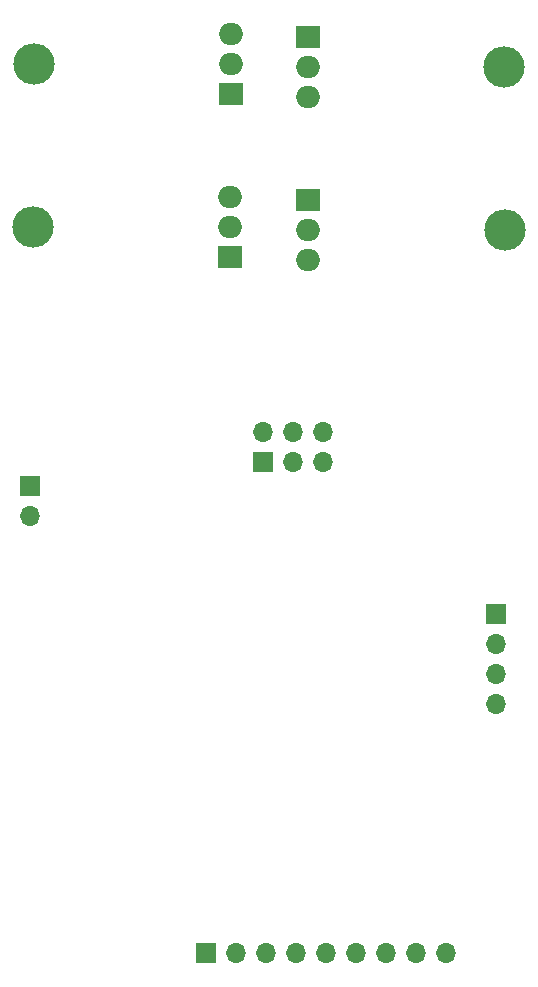
<source format=gbs>
G04 #@! TF.GenerationSoftware,KiCad,Pcbnew,8.0.1*
G04 #@! TF.CreationDate,2024-11-29T15:47:05+04:00*
G04 #@! TF.ProjectId,BQ76925_ATMEGA328P_6S_20A_BMS,42513736-3932-4355-9f41-544d45474133,v1.0*
G04 #@! TF.SameCoordinates,Original*
G04 #@! TF.FileFunction,Soldermask,Bot*
G04 #@! TF.FilePolarity,Negative*
%FSLAX46Y46*%
G04 Gerber Fmt 4.6, Leading zero omitted, Abs format (unit mm)*
G04 Created by KiCad (PCBNEW 8.0.1) date 2024-11-29 15:47:05*
%MOMM*%
%LPD*%
G01*
G04 APERTURE LIST*
%ADD10O,3.500000X3.500000*%
%ADD11R,2.000000X1.905000*%
%ADD12O,2.000000X1.905000*%
%ADD13R,1.700000X1.700000*%
%ADD14O,1.700000X1.700000*%
G04 APERTURE END LIST*
D10*
X44365000Y-20532500D03*
D11*
X61025000Y-23072500D03*
D12*
X61025000Y-20532500D03*
X61025000Y-17992500D03*
D13*
X63770000Y-54187500D03*
D14*
X63770000Y-51647500D03*
X66310000Y-54187500D03*
X66310000Y-51647500D03*
X68849999Y-54187500D03*
X68850000Y-51647500D03*
D13*
X44080000Y-56217500D03*
D14*
X44080000Y-58757500D03*
D10*
X84250000Y-34507500D03*
D11*
X67590000Y-31967500D03*
D12*
X67590000Y-34507500D03*
X67590000Y-37047500D03*
D10*
X84200000Y-20757500D03*
D11*
X67540000Y-18217500D03*
D12*
X67540000Y-20757500D03*
X67540000Y-23297500D03*
D13*
X58985961Y-95797501D03*
D14*
X61525961Y-95797501D03*
X64065960Y-95797501D03*
X66605961Y-95797501D03*
X69145961Y-95797501D03*
X71685961Y-95797501D03*
X74225961Y-95797501D03*
X76765962Y-95797501D03*
X79305961Y-95797501D03*
D10*
X44340000Y-34332500D03*
D11*
X61000000Y-36872500D03*
D12*
X61000000Y-34332500D03*
X61000000Y-31792500D03*
D13*
X83480000Y-67037500D03*
D14*
X83480000Y-69577500D03*
X83480000Y-72117500D03*
X83480000Y-74657500D03*
M02*

</source>
